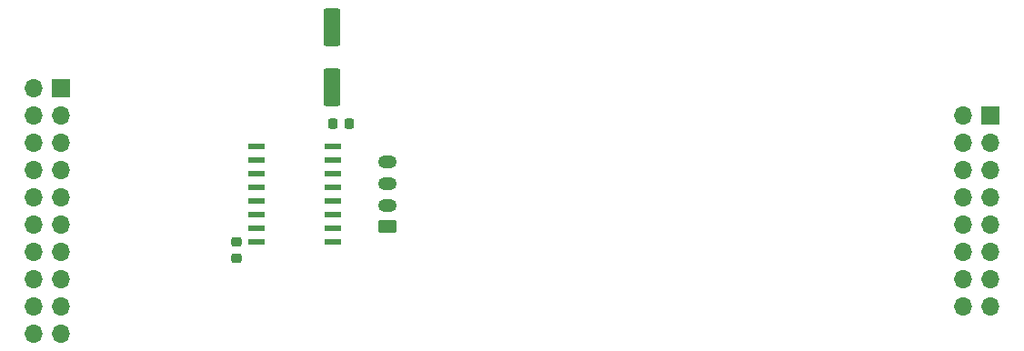
<source format=gbr>
%TF.GenerationSoftware,KiCad,Pcbnew,8.0.3*%
%TF.CreationDate,2025-07-14T16:29:20+02:00*%
%TF.ProjectId,ScxhrittmotorBoard,53637868-7269-4747-946d-6f746f72426f,rev?*%
%TF.SameCoordinates,Original*%
%TF.FileFunction,Soldermask,Top*%
%TF.FilePolarity,Negative*%
%FSLAX46Y46*%
G04 Gerber Fmt 4.6, Leading zero omitted, Abs format (unit mm)*
G04 Created by KiCad (PCBNEW 8.0.3) date 2025-07-14 16:29:20*
%MOMM*%
%LPD*%
G01*
G04 APERTURE LIST*
G04 Aperture macros list*
%AMRoundRect*
0 Rectangle with rounded corners*
0 $1 Rounding radius*
0 $2 $3 $4 $5 $6 $7 $8 $9 X,Y pos of 4 corners*
0 Add a 4 corners polygon primitive as box body*
4,1,4,$2,$3,$4,$5,$6,$7,$8,$9,$2,$3,0*
0 Add four circle primitives for the rounded corners*
1,1,$1+$1,$2,$3*
1,1,$1+$1,$4,$5*
1,1,$1+$1,$6,$7*
1,1,$1+$1,$8,$9*
0 Add four rect primitives between the rounded corners*
20,1,$1+$1,$2,$3,$4,$5,0*
20,1,$1+$1,$4,$5,$6,$7,0*
20,1,$1+$1,$6,$7,$8,$9,0*
20,1,$1+$1,$8,$9,$2,$3,0*%
G04 Aperture macros list end*
%ADD10R,1.500000X0.600000*%
%ADD11RoundRect,0.225000X-0.225000X-0.250000X0.225000X-0.250000X0.225000X0.250000X-0.225000X0.250000X0*%
%ADD12RoundRect,0.250000X0.625000X-0.350000X0.625000X0.350000X-0.625000X0.350000X-0.625000X-0.350000X0*%
%ADD13O,1.750000X1.200000*%
%ADD14RoundRect,0.225000X-0.250000X0.225000X-0.250000X-0.225000X0.250000X-0.225000X0.250000X0.225000X0*%
%ADD15RoundRect,0.250000X0.550000X-1.500000X0.550000X1.500000X-0.550000X1.500000X-0.550000X-1.500000X0*%
%ADD16R,1.700000X1.700000*%
%ADD17O,1.700000X1.700000*%
G04 APERTURE END LIST*
D10*
%TO.C,U1*%
X121732200Y-92192000D03*
X121732200Y-93462000D03*
X121732200Y-94732000D03*
X121732200Y-96002000D03*
X121732200Y-97272000D03*
X121732200Y-98542000D03*
X121732200Y-99812000D03*
X121732200Y-101082000D03*
X128832200Y-101082000D03*
X128832200Y-99812000D03*
X128832200Y-98542000D03*
X128832200Y-97272000D03*
X128832200Y-96002000D03*
X128832200Y-94732000D03*
X128832200Y-93462000D03*
X128832200Y-92192000D03*
%TD*%
D11*
%TO.C,C1*%
X128856600Y-90109200D03*
X130406600Y-90109200D03*
%TD*%
D12*
%TO.C,J1*%
X133907600Y-99713200D03*
D13*
X133907600Y-97713200D03*
X133907600Y-95713200D03*
X133907600Y-93713200D03*
%TD*%
D14*
%TO.C,C2*%
X119862600Y-101104400D03*
X119862600Y-102654400D03*
%TD*%
D15*
%TO.C,C3*%
X128812800Y-86737000D03*
X128812800Y-81137000D03*
%TD*%
D16*
%TO.C,J3*%
X190075546Y-89335546D03*
D17*
X187535546Y-89335546D03*
X190075546Y-91875546D03*
X187535546Y-91875546D03*
X190075546Y-94415546D03*
X187535546Y-94415546D03*
X190075546Y-96955546D03*
X187535546Y-96955546D03*
X190075546Y-99495546D03*
X187535546Y-99495546D03*
X190075546Y-102035546D03*
X187535546Y-102035546D03*
X190075546Y-104575546D03*
X187535546Y-104575546D03*
X190075546Y-107115546D03*
X187535546Y-107115546D03*
%TD*%
D16*
%TO.C,J2*%
X103535546Y-86795546D03*
D17*
X100995546Y-86795546D03*
X103535546Y-89335546D03*
X100995546Y-89335546D03*
X103535546Y-91875546D03*
X100995546Y-91875546D03*
X103535546Y-94415546D03*
X100995546Y-94415546D03*
X103535546Y-96955546D03*
X100995546Y-96955546D03*
X103535546Y-99495546D03*
X100995546Y-99495546D03*
X103535546Y-102035546D03*
X100995546Y-102035546D03*
X103535546Y-104575546D03*
X100995546Y-104575546D03*
X103535546Y-107115546D03*
X100995546Y-107115546D03*
X103535546Y-109655546D03*
X100995546Y-109655546D03*
%TD*%
M02*

</source>
